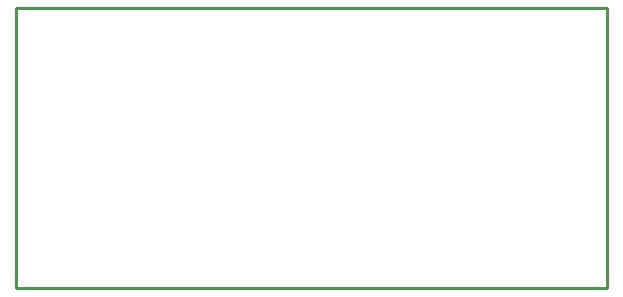
<source format=gko>
G04*
G04 #@! TF.GenerationSoftware,Altium Limited,Altium Designer,22.3.1 (43)*
G04*
G04 Layer_Color=16711935*
%FSLAX25Y25*%
%MOIN*%
G70*
G04*
G04 #@! TF.SameCoordinates,092B01F2-D36E-4E11-877B-5D38536E2366*
G04*
G04*
G04 #@! TF.FilePolarity,Positive*
G04*
G01*
G75*
%ADD37C,0.01000*%
D37*
X1575Y787D02*
Y94095D01*
X198425D01*
Y787D02*
Y94095D01*
X1575Y787D02*
X198425D01*
M02*

</source>
